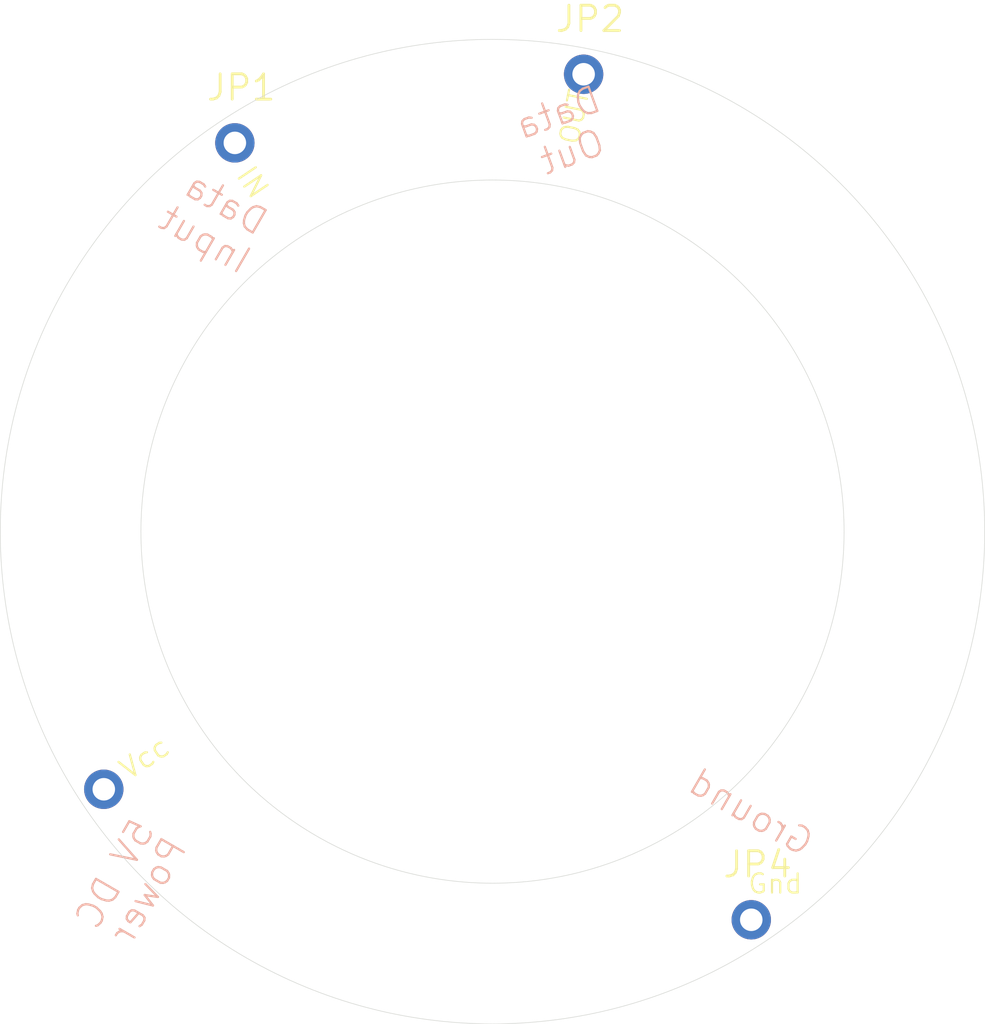
<source format=kicad_pcb>
(kicad_pcb (version 20240108) (generator "pcbnew") (generator_version "8.0")
  (layers (0 "F.Cu" signal) (31 "B.Cu" signal) (34 "B.Paste" user) (35 "F.Paste" user) (36 "B.SilkS" user "B.Silkscreen") (37 "F.SilkS" user "F.Silkscreen") (38 "B.Mask" user) (39 "F.Mask" user) (44 "Edge.Cuts" user))
  (net 0 "")
  (net 1 "+5V")
  (net 2 "GND")
  (net 3 "IN")
  (net 4 "OUT")
  (footprint "1X01-CLEANBIG" (layer "F.Cu") (at 152.6159 84.3534)
    (property "Reference" "JP2" (at -1.3462 -1.8288 0) (layer "F.SilkS") (effects (font (size 1.143 1.143) (thickness 0.127)) (justify left bottom)))
    (property "Value" "OUT" (hide yes))
    (pad "1" thru_hole circle (at 0 0) (size 1.778 1.778) (drill 1.016) (layers "*.Cu" "*.Mask") (net 4 "OUT"))
  )
  (footprint "1X01-CLEANBIG" (layer "F.Cu") (at 130.9497 116.6368)
    (property "Reference" "JP3" (hide yes))
    (property "Value" "VCC")
    (pad "1" thru_hole circle (at 0 0) (size 1.778 1.778) (drill 1.016) (layers "*.Cu" "*.Mask") (net 1 "+5V"))
  )
  (footprint "1X01-CLEANBIG" (layer "F.Cu") (at 136.8679 87.4522)
    (property "Reference" "JP1" (at -1.3462 -1.8288 0) (layer "F.SilkS") (effects (font (size 1.143 1.143) (thickness 0.127)) (justify left bottom)))
    (property "Value" "IN" (hide yes))
    (pad "1" thru_hole circle (at 0 0) (size 1.778 1.778) (drill 1.016) (layers "*.Cu" "*.Mask") (net 3 "IN"))
  )
  (footprint "1X01-CLEANBIG" (layer "F.Cu") (at 160.1851 122.5296)
    (property "Reference" "JP4" (at -1.3462 -1.8288 0) (layer "F.SilkS") (effects (font (size 1.143 1.143) (thickness 0.127)) (justify left bottom)))
    (property "Value" "GND")
    (pad "1" thru_hole circle (at 0 0) (size 1.778 1.778) (drill 1.016) (layers "*.Cu" "*.Mask") (net 2 "GND"))
  )
  (gr_circle (center 148.5011 105.0036) (end 170.7261 105.0036) (stroke (width 0.0254)) (fill none) (layer "Edge.Cuts"))
  (gr_circle (center 148.5011 105.0036) (end 164.3761 105.0036) (stroke (width 0.0254)) (fill none) (layer "Edge.Cuts"))
  (gr_text "5V DC" (at 133.4135 118.4402 60) (layer "B.SilkS") (effects (font (size 1.1684 1.1684) (thickness 0.1016)) (justify left bottom mirror)))
  (gr_text "Data\nOut" (at 151.7777 86.9696 20) (layer "B.SilkS") (effects (font (size 1.1684 1.1684) (thickness 0.1016)) (justify mirror)))
  (gr_text "Ground" (at 162.5473 119.8372 330) (layer "B.SilkS") (effects (font (size 1.1684 1.1684) (thickness 0.1016)) (justify left bottom mirror)))
  (gr_text "Power" (at 134.8613 119.25 60) (layer "B.SilkS") (effects (font (size 1.1684 1.1684) (thickness 0.1016)) (justify left bottom mirror)))
  (gr_text "Data\nInput" (at 136 91 330) (layer "B.SilkS") (effects (font (size 1.1684 1.1684) (thickness 0.1016)) (justify mirror)))
  (gr_text "OUT" (at 152.4381 87.6554 78.7) (layer "F.SilkS") (effects (font (size 0.86868 0.86868) (thickness 0.09652)) (justify left bottom)))
  (gr_text "Gnd" (at 159.9819 121.412 0) (layer "F.SilkS") (effects (font (size 0.86868 0.86868) (thickness 0.09652)) (justify left bottom)))
  (gr_text "IN" (at 136.79538 88.891552 -56.2) (layer "F.SilkS") (effects (font (size 0.9144 0.9144) (thickness 0.1016)) (justify left bottom)))
  (gr_text "Vcc" (at 132.059632 116.345784 33.7) (layer "F.SilkS") (effects (font (size 0.9144 0.9144) (thickness 0.1016)) (justify left bottom)))
)
</source>
